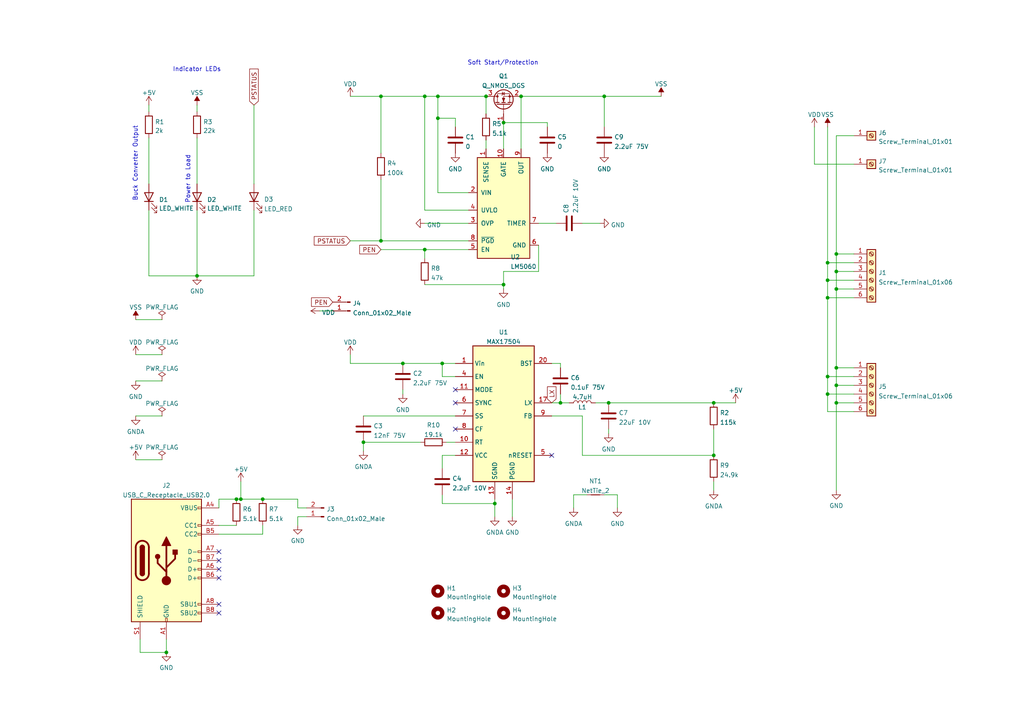
<source format=kicad_sch>
(kicad_sch (version 20211123) (generator eeschema)
  (paper "A4")
  (title_block (title "Dianome Power Distribution Board") (date "2022-12-20") (rev "R2") (company "Tinymovr"))
  (lib_symbols
    (symbol "Connector:Conn_01x02_Male" (pin_names (offset 1.016) hide)
      (property "Reference" "J" (at 0 2.54 0))
      (property "Value" "Conn_01x02_Male" (at 0 -5.08 0))
      (symbol "Conn_01x02_Male_1_1"
        (polyline (pts (xy 1.27 -2.54) (xy 0.8636 -2.54)) (stroke (width 0.1524)))
        (polyline (pts (xy 1.27 0) (xy 0.8636 0)) (stroke (width 0.1524)))
        (rectangle (start 0.8636 -2.413) (end 0 -2.667) (stroke (width 0.1524)) (fill (type outline)))
        (rectangle (start 0.8636 0.127) (end 0 -0.127) (stroke (width 0.1524)) (fill (type outline)))
        (pin passive line (at 5.08 0 180) (length 3.81) (name "Pin_1") (number "1"))
        (pin passive line (at 5.08 -2.54 180) (length 3.81) (name "Pin_2") (number "2"))
      )
    )
    (symbol "Connector:Screw_Terminal_01x01" (pin_names (offset 1.016) hide)
      (property "Reference" "J" (at 0 2.54 0))
      (property "Value" "Screw_Terminal_01x01" (at 0 -2.54 0))
      (symbol "Screw_Terminal_01x01_1_1"
        (rectangle (start -1.27 1.27) (end 1.27 -1.27) (stroke (width 0.254)) (fill (type background)))
        (polyline (pts (xy -0.5334 0.3302) (xy 0.3302 -0.508)) (stroke (width 0.1524)))
        (polyline (pts (xy -0.3556 0.508) (xy 0.508 -0.3302)) (stroke (width 0.1524)))
        (circle (center 0 0) (radius 0.635) (stroke (width 0.1524)))
        (pin passive line (at -5.08 0 0) (length 3.81) (name "Pin_1") (number "1"))
      )
    )
    (symbol "Connector:Screw_Terminal_01x06" (pin_names (offset 1.016) hide)
      (property "Reference" "J" (at 0 7.62 0))
      (property "Value" "Screw_Terminal_01x06" (at 0 -10.16 0))
      (symbol "Screw_Terminal_01x06_1_1"
        (rectangle (start -1.27 6.35) (end 1.27 -8.89) (stroke (width 0.254)) (fill (type background)))
        (circle (center 0 -7.62) (radius 0.635) (stroke (width 0.1524)))
        (circle (center 0 -5.08) (radius 0.635) (stroke (width 0.1524)))
        (circle (center 0 -2.54) (radius 0.635) (stroke (width 0.1524)))
        (polyline (pts (xy -0.5334 -7.2898) (xy 0.3302 -8.128)) (stroke (width 0.1524)))
        (polyline (pts (xy -0.5334 -4.7498) (xy 0.3302 -5.588)) (stroke (width 0.1524)))
        (polyline (pts (xy -0.5334 -2.2098) (xy 0.3302 -3.048)) (stroke (width 0.1524)))
        (polyline (pts (xy -0.5334 0.3302) (xy 0.3302 -0.508)) (stroke (width 0.1524)))
        (polyline (pts (xy -0.5334 2.8702) (xy 0.3302 2.032)) (stroke (width 0.1524)))
        (polyline (pts (xy -0.5334 5.4102) (xy 0.3302 4.572)) (stroke (width 0.1524)))
        (polyline (pts (xy -0.3556 -7.112) (xy 0.508 -7.9502)) (stroke (width 0.1524)))
        (polyline (pts (xy -0.3556 -4.572) (xy 0.508 -5.4102)) (stroke (width 0.1524)))
        (polyline (pts (xy -0.3556 -2.032) (xy 0.508 -2.8702)) (stroke (width 0.1524)))
        (polyline (pts (xy -0.3556 0.508) (xy 0.508 -0.3302)) (stroke (width 0.1524)))
        (polyline (pts (xy -0.3556 3.048) (xy 0.508 2.2098)) (stroke (width 0.1524)))
        (polyline (pts (xy -0.3556 5.588) (xy 0.508 4.7498)) (stroke (width 0.1524)))
        (circle (center 0 0) (radius 0.635) (stroke (width 0.1524)))
        (circle (center 0 2.54) (radius 0.635) (stroke (width 0.1524)))
        (circle (center 0 5.08) (radius 0.635) (stroke (width 0.1524)))
        (pin passive line (at -5.08 5.08 0) (length 3.81) (name "Pin_1") (number "1"))
        (pin passive line (at -5.08 2.54 0) (length 3.81) (name "Pin_2") (number "2"))
        (pin passive line (at -5.08 0 0) (length 3.81) (name "Pin_3") (number "3"))
        (pin passive line (at -5.08 -2.54 0) (length 3.81) (name "Pin_4") (number "4"))
        (pin passive line (at -5.08 -5.08 0) (length 3.81) (name "Pin_5") (number "5"))
        (pin passive line (at -5.08 -7.62 0) (length 3.81) (name "Pin_6") (number "6"))
      )
    )
    (symbol "Connector:USB_C_Receptacle_USB2.0" (pin_names (offset 1.016))
      (property "Reference" "J" (at -10.16 19.05 0))
      (property "Value" "USB_C_Receptacle_USB2.0" (at 19.05 19.05 0))
      (symbol "USB_C_Receptacle_USB2.0_0_0"
        (rectangle (start -0.254 -17.78) (end 0.254 -16.764))
        (rectangle (start 10.16 -14.986) (end 9.144 -15.494))
        (rectangle (start 10.16 -12.446) (end 9.144 -12.954))
        (rectangle (start 10.16 -4.826) (end 9.144 -5.334))
        (rectangle (start 10.16 -2.286) (end 9.144 -2.794))
        (rectangle (start 10.16 0.254) (end 9.144 -0.254))
        (rectangle (start 10.16 2.794) (end 9.144 2.286))
        (rectangle (start 10.16 7.874) (end 9.144 7.366))
        (rectangle (start 10.16 10.414) (end 9.144 9.906))
        (rectangle (start 10.16 15.494) (end 9.144 14.986))
      )
      (symbol "USB_C_Receptacle_USB2.0_0_1"
        (rectangle (start -10.16 17.78) (end 10.16 -17.78) (stroke (width 0.254)) (fill (type background)))
        (arc (start -8.89 -3.81) (mid -6.985 -5.715) (end -5.08 -3.81) (stroke (width 0.508)))
        (arc (start -7.62 -3.81) (mid -6.985 -4.445) (end -6.35 -3.81) (stroke (width 0.254)))
        (arc (start -7.62 -3.81) (mid -6.985 -4.445) (end -6.35 -3.81) (stroke (width 0.254)) (fill (type outline)))
        (rectangle (start -7.62 -3.81) (end -6.35 3.81) (stroke (width 0.254)) (fill (type outline)))
        (arc (start -6.35 3.81) (mid -6.985 4.445) (end -7.62 3.81) (stroke (width 0.254)))
        (arc (start -6.35 3.81) (mid -6.985 4.445) (end -7.62 3.81) (stroke (width 0.254)) (fill (type outline)))
        (arc (start -5.08 3.81) (mid -6.985 5.715) (end -8.89 3.81) (stroke (width 0.508)))
        (circle (center -2.54 1.143) (radius 0.635) (stroke (width 0.254)) (fill (type outline)))
        (circle (center 0 -5.842) (radius 1.27) (fill (type outline)))
        (polyline (pts (xy -8.89 -3.81) (xy -8.89 3.81)) (stroke (width 0.508)))
        (polyline (pts (xy -5.08 3.81) (xy -5.08 -3.81)) (stroke (width 0.508)))
        (polyline (pts (xy 0 -5.842) (xy 0 4.318)) (stroke (width 0.508)))
        (polyline (pts (xy 0 -3.302) (xy -2.54 -0.762) (xy -2.54 0.508)) (stroke (width 0.508)))
        (polyline (pts (xy 0 -2.032) (xy 2.54 0.508) (xy 2.54 1.778)) (stroke (width 0.508)))
        (polyline (pts (xy -1.27 4.318) (xy 0 6.858) (xy 1.27 4.318) (xy -1.27 4.318)) (stroke (width 0.254)) (fill (type outline)))
        (rectangle (start 1.905 1.778) (end 3.175 3.048) (stroke (width 0.254)) (fill (type outline)))
      )
      (symbol "USB_C_Receptacle_USB2.0_1_1"
        (pin passive line (at 0 -22.86 90) (length 5.08) (name "GND") (number "A1"))
        (pin passive line (at 0 -22.86 90) (length 5.08) hide (name "GND") (number "A12"))
        (pin passive line (at 15.24 15.24 180) (length 5.08) (name "VBUS") (number "A4"))
        (pin bidirectional line (at 15.24 10.16 180) (length 5.08) (name "CC1") (number "A5"))
        (pin bidirectional line (at 15.24 -2.54 180) (length 5.08) (name "D+") (number "A6"))
        (pin bidirectional line (at 15.24 2.54 180) (length 5.08) (name "D-") (number "A7"))
        (pin bidirectional line (at 15.24 -12.7 180) (length 5.08) (name "SBU1") (number "A8"))
        (pin passive line (at 15.24 15.24 180) (length 5.08) hide (name "VBUS") (number "A9"))
        (pin passive line (at 0 -22.86 90) (length 5.08) hide (name "GND") (number "B1"))
        (pin passive line (at 0 -22.86 90) (length 5.08) hide (name "GND") (number "B12"))
        (pin passive line (at 15.24 15.24 180) (length 5.08) hide (name "VBUS") (number "B4"))
        (pin bidirectional line (at 15.24 7.62 180) (length 5.08) (name "CC2") (number "B5"))
        (pin bidirectional line (at 15.24 -5.08 180) (length 5.08) (name "D+") (number "B6"))
        (pin bidirectional line (at 15.24 0 180) (length 5.08) (name "D-") (number "B7"))
        (pin bidirectional line (at 15.24 -15.24 180) (length 5.08) (name "SBU2") (number "B8"))
        (pin passive line (at 15.24 15.24 180) (length 5.08) hide (name "VBUS") (number "B9"))
        (pin passive line (at -7.62 -22.86 90) (length 5.08) (name "SHIELD") (number "S1"))
      )
    )
    (symbol "Device:C" (pin_numbers hide) (pin_names (offset 0.254))
      (property "Reference" "C" (at 0.635 2.54 0))
      (property "Value" "C" (at 0.635 -2.54 0))
      (symbol "C_0_1"
        (polyline (pts (xy -2.032 -0.762) (xy 2.032 -0.762)) (stroke (width 0.508)))
        (polyline (pts (xy -2.032 0.762) (xy 2.032 0.762)) (stroke (width 0.508)))
      )
      (symbol "C_1_1"
        (pin passive line (at 0 3.81 270) (length 2.794) (name "~") (number "1"))
        (pin passive line (at 0 -3.81 90) (length 2.794) (name "~") (number "2"))
      )
    )
    (symbol "Device:L" (pin_numbers hide) (pin_names (offset 1.016) hide)
      (property "Reference" "L" (at -1.27 0 90))
      (property "Value" "L" (at 1.905 0 90))
      (symbol "L_0_1"
        (arc (start 0 -2.54) (mid 0.635 -1.905) (end 0 -1.27))
        (arc (start 0 -1.27) (mid 0.635 -0.635) (end 0 0))
        (arc (start 0 0) (mid 0.635 0.635) (end 0 1.27))
        (arc (start 0 1.27) (mid 0.635 1.905) (end 0 2.54))
      )
      (symbol "L_1_1"
        (pin passive line (at 0 3.81 270) (length 1.27) (name "1") (number "1"))
        (pin passive line (at 0 -3.81 90) (length 1.27) (name "2") (number "2"))
      )
    )
    (symbol "Device:LED" (pin_numbers hide) (pin_names (offset 1.016) hide)
      (property "Reference" "D" (at 0 2.54 0))
      (property "Value" "LED" (at 0 -2.54 0))
      (symbol "LED_0_1"
        (polyline (pts (xy -1.27 -1.27) (xy -1.27 1.27)) (stroke (width 0.254)))
        (polyline (pts (xy -1.27 0) (xy 1.27 0)))
        (polyline (pts (xy 1.27 -1.27) (xy 1.27 1.27) (xy -1.27 0) (xy 1.27 -1.27)) (stroke (width 0.254)))
        (polyline (pts (xy -3.048 -0.762) (xy -4.572 -2.286) (xy -3.81 -2.286) (xy -4.572 -2.286) (xy -4.572 -1.524)))
        (polyline (pts (xy -1.778 -0.762) (xy -3.302 -2.286) (xy -2.54 -2.286) (xy -3.302 -2.286) (xy -3.302 -1.524)))
      )
      (symbol "LED_1_1"
        (pin passive line (at -3.81 0 0) (length 2.54) (name "K") (number "1"))
        (pin passive line (at 3.81 0 180) (length 2.54) (name "A") (number "2"))
      )
    )
    (symbol "Device:NetTie_2" (pin_numbers hide) (pin_names (offset 0) hide)
      (property "Reference" "NT" (at 0 1.27 0))
      (property "Value" "NetTie_2" (at 0 -1.27 0))
      (symbol "NetTie_2_0_1"
        (polyline (pts (xy -1.27 0) (xy 1.27 0)) (stroke (width 0.254)))
      )
      (symbol "NetTie_2_1_1"
        (pin passive line (at -2.54 0 0) (length 2.54) (name "1") (number "1"))
        (pin passive line (at 2.54 0 180) (length 2.54) (name "2") (number "2"))
      )
    )
    (symbol "Device:Q_NMOS_GSD" (pin_names (offset 0) hide)
      (property "Reference" "Q" (at 5.08 1.27 0))
      (property "Value" "Q_NMOS_GSD" (at 5.08 -1.27 0))
      (symbol "Q_NMOS_GSD_0_1"
        (polyline (pts (xy 0.254 0) (xy -2.54 0)))
        (polyline (pts (xy 0.254 1.905) (xy 0.254 -1.905)) (stroke (width 0.254)))
        (polyline (pts (xy 0.762 -1.27) (xy 0.762 -2.286)) (stroke (width 0.254)))
        (polyline (pts (xy 0.762 0.508) (xy 0.762 -0.508)) (stroke (width 0.254)))
        (polyline (pts (xy 0.762 2.286) (xy 0.762 1.27)) (stroke (width 0.254)))
        (polyline (pts (xy 2.54 2.54) (xy 2.54 1.778)))
        (polyline (pts (xy 2.54 -2.54) (xy 2.54 0) (xy 0.762 0)))
        (polyline (pts (xy 0.762 -1.778) (xy 3.302 -1.778) (xy 3.302 1.778) (xy 0.762 1.778)))
        (polyline (pts (xy 1.016 0) (xy 2.032 0.381) (xy 2.032 -0.381) (xy 1.016 0)) (fill (type outline)))
        (polyline (pts (xy 2.794 0.508) (xy 2.921 0.381) (xy 3.683 0.381) (xy 3.81 0.254)))
        (polyline (pts (xy 3.302 0.381) (xy 2.921 -0.254) (xy 3.683 -0.254) (xy 3.302 0.381)))
        (circle (center 1.651 0) (radius 2.794) (stroke (width 0.254)))
        (circle (center 2.54 -1.778) (radius 0.254) (fill (type outline)))
        (circle (center 2.54 1.778) (radius 0.254) (fill (type outline)))
      )
      (symbol "Q_NMOS_GSD_1_1"
        (pin input line (at -5.08 0 0) (length 2.54) (name "G") (number "1"))
        (pin passive line (at 2.54 -5.08 90) (length 2.54) (name "S") (number "2"))
        (pin passive line (at 2.54 5.08 270) (length 2.54) (name "D") (number "3"))
      )
    )
    (symbol "Device:R" (pin_numbers hide) (pin_names (offset 0))
      (property "Reference" "R" (at 2.032 0 90))
      (property "Value" "R" (at 0 0 90))
      (symbol "R_0_1"
        (rectangle (start -1.016 -2.54) (end 1.016 2.54) (stroke (width 0.254)))
      )
      (symbol "R_1_1"
        (pin passive line (at 0 3.81 270) (length 1.27) (name "~") (number "1"))
        (pin passive line (at 0 -3.81 90) (length 1.27) (name "~") (number "2"))
      )
    )
    (symbol "Mechanical:MountingHole" (pin_names (offset 1.016))
      (property "Reference" "H" (at 0 5.08 0))
      (property "Value" "MountingHole" (at 0 3.175 0))
      (symbol "MountingHole_0_1"
        (circle (center 0 0) (radius 1.27) (stroke (width 1.27)))
      )
    )
    (symbol "Movr:ΜΑΧ17504"
      (property "Reference" "U" (at -8.89 21.59 0))
      (property "Value" "ΜΑΧ17504" (at 5.08 21.59 0))
      (symbol "ΜΑΧ17504_0_1"
        (rectangle (start -8.89 19.05) (end 8.89 -20.32) (stroke (width 0.3)) (fill (type background)))
      )
      (symbol "ΜΑΧ17504_1_1"
        (pin power_in line (at -13.97 13.97 0) (length 5.08) (name "Vin") (number "1"))
        (pin passive line (at -13.97 -8.89 0) (length 5.08) (name "RT") (number "10"))
        (pin input line (at -13.97 6.35 0) (length 5.08) (name "MODE") (number "11"))
        (pin input line (at -13.97 -12.7 0) (length 5.08) (name "VCC") (number "12"))
        (pin passive line (at -2.54 -25.4 90) (length 5.08) (name "SGND") (number "13"))
        (pin power_in line (at 2.54 -25.4 90) (length 5.08) (name "PGND") (number "14"))
        (pin power_out line (at 13.97 2.54 180) (length 5.08) (name "LX") (number "17"))
        (pin passive line (at 13.97 13.97 180) (length 5.08) (name "BST") (number "20"))
        (pin input line (at -13.97 10.16 0) (length 5.08) (name "EN") (number "4"))
        (pin output line (at 13.97 -12.7 180) (length 5.08) (name "nRESET") (number "5"))
        (pin input line (at -13.97 2.54 0) (length 5.08) (name "SYNC") (number "6"))
        (pin passive line (at -13.97 -1.27 0) (length 5.08) (name "SS") (number "7"))
        (pin passive line (at -13.97 -5.08 0) (length 5.08) (name "CF") (number "8"))
        (pin input line (at 13.97 -1.27 180) (length 5.08) (name "FB") (number "9"))
      )
    )
    (symbol "Power_Management:LM5060" (pin_names (offset 1.016))
      (property "Reference" "U" (at -7.62 -13.97 0))
      (property "Value" "LM5060" (at 1.27 -13.97 0))
      (symbol "LM5060_0_1"
        (rectangle (start -7.62 16.51) (end 7.62 -12.7) (stroke (width 0.254)) (fill (type background)))
      )
      (symbol "LM5060_1_0"
        (pin power_in line (at 10.16 -8.89 180) (length 2.54) (name "GND") (number "6"))
      )
      (symbol "LM5060_1_1"
        (pin input line (at -5.08 19.05 270) (length 2.54) (name "SENSE") (number "1"))
        (pin output line (at 0 19.05 270) (length 2.54) (name "GATE") (number "10"))
        (pin power_in line (at -10.16 6.35 0) (length 2.54) (name "VIN") (number "2"))
        (pin input line (at -10.16 -2.54 0) (length 2.54) (name "OVP") (number "3"))
        (pin input line (at -10.16 1.27 0) (length 2.54) (name "UVLO") (number "4"))
        (pin input line (at -10.16 -10.16 0) (length 2.54) (name "EN") (number "5"))
        (pin input line (at 10.16 -2.54 180) (length 2.54) (name "TIMER") (number "7"))
        (pin open_collector line (at -10.16 -7.62 0) (length 2.54) (name "~{PGD}") (number "8"))
        (pin input line (at 5.08 19.05 270) (length 2.54) (name "OUT") (number "9"))
      )
    )
    (symbol "power:+5V" (power) (pin_names (offset 0))
      (property "Value" "+5V" (at 0 3.556 0))
      (symbol "+5V_0_1"
        (polyline (pts (xy -0.762 1.27) (xy 0 2.54)))
        (polyline (pts (xy 0 0) (xy 0 2.54)))
        (polyline (pts (xy 0 2.54) (xy 0.762 1.27)))
      )
      (symbol "+5V_1_1"
        (pin power_in line (at 0 0 90) (length 0) hide (name "+5V") (number "1"))
      )
    )
    (symbol "power:GND" (power) (pin_names (offset 0))
      (property "Value" "GND" (at 0 -3.81 0))
      (symbol "GND_0_1"
        (polyline (pts (xy 0 0) (xy 0 -1.27) (xy 1.27 -1.27) (xy 0 -2.54) (xy -1.27 -1.27) (xy 0 -1.27)))
      )
      (symbol "GND_1_1"
        (pin power_in line (at 0 0 270) (length 0) hide (name "GND") (number "1"))
      )
    )
    (symbol "power:GNDA" (power) (pin_names (offset 0))
      (property "Value" "GNDA" (at 0 -3.81 0))
      (symbol "GNDA_0_1"
        (polyline (pts (xy 0 0) (xy 0 -1.27) (xy 1.27 -1.27) (xy 0 -2.54) (xy -1.27 -1.27) (xy 0 -1.27)))
      )
      (symbol "GNDA_1_1"
        (pin power_in line (at 0 0 270) (length 0) hide (name "GNDA") (number "1"))
      )
    )
    (symbol "power:PWR_FLAG" (power) (pin_numbers hide) (pin_names (offset 0) hide)
      (property "Value" "PWR_FLAG" (at 0 3.81 0))
      (symbol "PWR_FLAG_0_0"
        (pin power_out line (at 0 0 90) (length 0) (name "pwr") (number "1"))
      )
      (symbol "PWR_FLAG_0_1"
        (polyline (pts (xy 0 0) (xy 0 1.27) (xy -1.016 1.905) (xy 0 2.54) (xy 1.016 1.905) (xy 0 1.27)))
      )
    )
    (symbol "power:VDD" (power) (pin_names (offset 0))
      (property "Value" "VDD" (at 0 3.81 0))
      (symbol "VDD_0_1"
        (polyline (pts (xy -0.762 1.27) (xy 0 2.54)))
        (polyline (pts (xy 0 0) (xy 0 2.54)))
        (polyline (pts (xy 0 2.54) (xy 0.762 1.27)))
      )
      (symbol "VDD_1_1"
        (pin power_in line (at 0 0 90) (length 0) hide (name "VDD") (number "1"))
      )
    )
    (symbol "power:VSS" (power) (pin_names (offset 0))
      (property "Value" "VSS" (at 0 3.81 0))
      (symbol "VSS_0_1"
        (polyline (pts (xy 0 0) (xy 0 2.54)))
        (polyline (pts (xy 0.762 1.27) (xy -0.762 1.27) (xy 0 2.54) (xy 0.762 1.27)) (fill (type outline)))
      )
      (symbol "VSS_1_1"
        (pin power_in line (at 0 0 90) (length 0) hide (name "VSS") (number "1"))
      )
    )
  )
  (junction (at 242.57 106.68))
  (junction (at 76.2 144.78))
  (junction (at 162.56 116.84))
  (junction (at 140.97 27.94))
  (junction (at 110.49 69.85))
  (junction (at 127 27.94))
  (junction (at 242.57 78.74))
  (junction (at 242.57 73.66))
  (junction (at 240.03 114.3))
  (junction (at 69.85 144.78))
  (junction (at 207.01 116.84))
  (junction (at 143.51 146.05))
  (junction (at 176.53 116.84))
  (junction (at 146.05 35.56))
  (junction (at 240.03 109.22))
  (junction (at 240.03 81.28))
  (junction (at 105.41 128.27))
  (junction (at 240.03 76.2))
  (junction (at 68.58 144.78))
  (junction (at 110.49 27.94))
  (junction (at 127 34.29))
  (junction (at 240.03 86.36))
  (junction (at 128.27 105.41))
  (junction (at 242.57 111.76))
  (junction (at 116.84 105.41))
  (junction (at 242.57 83.82))
  (junction (at 57.15 80.01))
  (junction (at 123.19 27.94))
  (junction (at 146.05 82.55))
  (junction (at 123.19 72.39))
  (junction (at 151.13 27.94))
  (junction (at 242.57 116.84))
  (junction (at 48.26 189.23))
  (junction (at 207.01 132.08))
  (junction (at 175.26 27.94))
  (no_connect (at 160.02 132.08))
  (no_connect (at 63.5 160.02))
  (no_connect (at 63.5 162.56))
  (no_connect (at 63.5 175.26))
  (no_connect (at 63.5 177.8))
  (no_connect (at 63.5 165.1))
  (no_connect (at 63.5 167.64))
  (no_connect (at 132.08 113.03))
  (no_connect (at 132.08 116.84))
  (no_connect (at 132.08 124.46))
  (wire (pts (xy 105.41 120.65) (xy 132.08 120.65)))
  (wire (pts (xy 86.36 144.78) (xy 86.36 147.32)))
  (wire (pts (xy 140.97 27.94) (xy 140.97 33.02)))
  (wire (pts (xy 123.19 82.55) (xy 146.05 82.55)))
  (wire (pts (xy 40.64 189.23) (xy 48.26 189.23)))
  (wire (pts (xy 110.49 69.85) (xy 135.89 69.85)))
  (wire (pts (xy 57.15 30.48) (xy 57.15 32.385)))
  (wire (pts (xy 240.03 81.28) (xy 240.03 86.36)))
  (wire (pts (xy 151.13 27.94) (xy 151.13 43.18)))
  (wire (pts (xy 162.56 105.41) (xy 162.56 106.68)))
  (wire (pts (xy 172.72 116.84) (xy 176.53 116.84)))
  (wire (pts (xy 135.89 55.88) (xy 127 55.88)))
  (wire (pts (xy 73.66 60.96) (xy 73.66 80.01)))
  (wire (pts (xy 160.02 105.41) (xy 162.56 105.41)))
  (wire (pts (xy 123.19 72.39) (xy 135.89 72.39)))
  (wire (pts (xy 242.57 106.68) (xy 242.57 111.76)))
  (wire (pts (xy 101.6 27.94) (xy 110.49 27.94)))
  (wire (pts (xy 156.21 64.77) (xy 161.29 64.77)))
  (wire (pts (xy 151.13 27.94) (xy 175.26 27.94)))
  (wire (pts (xy 242.57 83.82) (xy 242.57 106.68)))
  (wire (pts (xy 76.2 152.4) (xy 76.2 154.94)))
  (wire (pts (xy 128.27 132.08) (xy 128.27 135.89)))
  (wire (pts (xy 242.57 73.66) (xy 242.57 78.74)))
  (wire (pts (xy 176.53 116.84) (xy 207.01 116.84)))
  (wire (pts (xy 143.51 144.78) (xy 143.51 146.05)))
  (wire (pts (xy 179.07 147.32) (xy 179.07 143.51)))
  (wire (pts (xy 73.66 80.01) (xy 57.15 80.01)))
  (wire (pts (xy 242.57 73.66) (xy 247.65 73.66)))
  (wire (pts (xy 128.27 143.51) (xy 128.27 146.05)))
  (wire (pts (xy 57.15 40.005) (xy 57.15 53.34)))
  (wire (pts (xy 240.03 109.22) (xy 247.65 109.22)))
  (wire (pts (xy 240.03 114.3) (xy 240.03 119.38)))
  (wire (pts (xy 240.03 76.2) (xy 240.03 81.28)))
  (wire (pts (xy 242.57 78.74) (xy 242.57 83.82)))
  (wire (pts (xy 146.05 82.55) (xy 146.05 83.82)))
  (wire (pts (xy 76.2 154.94) (xy 63.5 154.94)))
  (wire (pts (xy 160.02 120.65) (xy 168.91 120.65)))
  (wire (pts (xy 242.57 39.37) (xy 247.65 39.37)))
  (wire (pts (xy 240.03 86.36) (xy 247.65 86.36)))
  (wire (pts (xy 43.18 30.48) (xy 43.18 32.385)))
  (wire (pts (xy 128.27 146.05) (xy 143.51 146.05)))
  (wire (pts (xy 39.37 92.71) (xy 46.99 92.71)))
  (wire (pts (xy 135.89 60.96) (xy 123.19 60.96)))
  (wire (pts (xy 160.02 116.84) (xy 162.56 116.84)))
  (wire (pts (xy 128.27 109.22) (xy 128.27 105.41)))
  (wire (pts (xy 110.49 27.94) (xy 123.19 27.94)))
  (wire (pts (xy 105.41 128.27) (xy 105.41 130.81)))
  (wire (pts (xy 39.37 133.35) (xy 46.99 133.35)))
  (wire (pts (xy 123.19 64.77) (xy 135.89 64.77)))
  (wire (pts (xy 101.6 102.87) (xy 101.6 105.41)))
  (wire (pts (xy 39.37 102.87) (xy 46.99 102.87)))
  (wire (pts (xy 73.66 30.48) (xy 73.66 53.34)))
  (wire (pts (xy 86.36 149.86) (xy 86.36 152.4)))
  (wire (pts (xy 168.91 120.65) (xy 168.91 132.08)))
  (wire (pts (xy 39.37 120.65) (xy 46.99 120.65)))
  (wire (pts (xy 242.57 111.76) (xy 247.65 111.76)))
  (wire (pts (xy 166.37 143.51) (xy 170.18 143.51)))
  (wire (pts (xy 240.03 114.3) (xy 247.65 114.3)))
  (wire (pts (xy 240.03 76.2) (xy 247.65 76.2)))
  (wire (pts (xy 162.56 116.84) (xy 165.1 116.84)))
  (wire (pts (xy 76.2 144.78) (xy 86.36 144.78)))
  (wire (pts (xy 158.75 35.56) (xy 158.75 36.83)))
  (wire (pts (xy 242.57 39.37) (xy 242.57 73.66)))
  (wire (pts (xy 132.08 109.22) (xy 128.27 109.22)))
  (wire (pts (xy 129.54 128.27) (xy 132.08 128.27)))
  (wire (pts (xy 162.56 114.3) (xy 162.56 116.84)))
  (wire (pts (xy 240.03 86.36) (xy 240.03 109.22)))
  (wire (pts (xy 101.6 105.41) (xy 116.84 105.41)))
  (wire (pts (xy 207.01 124.46) (xy 207.01 132.08)))
  (wire (pts (xy 92.71 90.17) (xy 96.52 90.17)))
  (wire (pts (xy 69.85 144.78) (xy 76.2 144.78)))
  (wire (pts (xy 175.26 143.51) (xy 179.07 143.51)))
  (wire (pts (xy 128.27 105.41) (xy 132.08 105.41)))
  (wire (pts (xy 242.57 78.74) (xy 247.65 78.74)))
  (wire (pts (xy 207.01 116.84) (xy 213.36 116.84)))
  (wire (pts (xy 207.01 139.7) (xy 207.01 142.24)))
  (wire (pts (xy 105.41 128.27) (xy 121.92 128.27)))
  (wire (pts (xy 132.08 36.83) (xy 132.08 34.29)))
  (wire (pts (xy 110.49 52.07) (xy 110.49 69.85)))
  (wire (pts (xy 123.19 72.39) (xy 123.19 74.93)))
  (wire (pts (xy 63.5 144.78) (xy 68.58 144.78)))
  (wire (pts (xy 242.57 116.84) (xy 242.57 142.24)))
  (wire (pts (xy 132.08 34.29) (xy 127 34.29)))
  (wire (pts (xy 57.15 60.96) (xy 57.15 80.01)))
  (wire (pts (xy 43.18 40.005) (xy 43.18 53.34)))
  (wire (pts (xy 240.03 36.83) (xy 240.03 76.2)))
  (wire (pts (xy 69.85 144.78) (xy 69.85 139.7)))
  (wire (pts (xy 236.22 47.625) (xy 236.22 36.83)))
  (wire (pts (xy 242.57 83.82) (xy 247.65 83.82)))
  (wire (pts (xy 43.18 60.96) (xy 43.18 80.01)))
  (wire (pts (xy 127 55.88) (xy 127 34.29)))
  (wire (pts (xy 127 27.94) (xy 140.97 27.94)))
  (wire (pts (xy 116.84 113.03) (xy 116.84 114.3)))
  (wire (pts (xy 48.26 185.42) (xy 48.26 189.23)))
  (wire (pts (xy 175.26 27.94) (xy 191.77 27.94)))
  (wire (pts (xy 168.91 132.08) (xy 207.01 132.08)))
  (wire (pts (xy 148.59 144.78) (xy 148.59 149.86)))
  (wire (pts (xy 132.08 132.08) (xy 128.27 132.08)))
  (wire (pts (xy 146.05 35.56) (xy 158.75 35.56)))
  (wire (pts (xy 110.49 27.94) (xy 110.49 44.45)))
  (wire (pts (xy 88.9 149.86) (xy 86.36 149.86)))
  (wire (pts (xy 247.65 47.625) (xy 236.22 47.625)))
  (wire (pts (xy 123.19 27.94) (xy 127 27.94)))
  (wire (pts (xy 123.19 60.96) (xy 123.19 27.94)))
  (wire (pts (xy 168.91 64.77) (xy 173.99 64.77)))
  (wire (pts (xy 63.5 147.32) (xy 63.5 144.78)))
  (wire (pts (xy 240.03 81.28) (xy 247.65 81.28)))
  (wire (pts (xy 101.6 69.85) (xy 110.49 69.85)))
  (wire (pts (xy 146.05 78.74) (xy 146.05 82.55)))
  (wire (pts (xy 156.21 71.12) (xy 156.21 78.74)))
  (wire (pts (xy 156.21 78.74) (xy 146.05 78.74)))
  (wire (pts (xy 40.64 185.42) (xy 40.64 189.23)))
  (wire (pts (xy 140.97 40.64) (xy 140.97 43.18)))
  (wire (pts (xy 39.37 110.49) (xy 46.99 110.49)))
  (wire (pts (xy 242.57 116.84) (xy 247.65 116.84)))
  (wire (pts (xy 242.57 106.68) (xy 247.65 106.68)))
  (wire (pts (xy 110.49 72.39) (xy 123.19 72.39)))
  (wire (pts (xy 43.18 80.01) (xy 57.15 80.01)))
  (wire (pts (xy 63.5 152.4) (xy 68.58 152.4)))
  (wire (pts (xy 116.84 105.41) (xy 128.27 105.41)))
  (wire (pts (xy 240.03 109.22) (xy 240.03 114.3)))
  (wire (pts (xy 146.05 35.56) (xy 146.05 43.18)))
  (wire (pts (xy 86.36 147.32) (xy 88.9 147.32)))
  (wire (pts (xy 143.51 146.05) (xy 143.51 149.86)))
  (wire (pts (xy 68.58 144.78) (xy 69.85 144.78)))
  (wire (pts (xy 166.37 147.32) (xy 166.37 143.51)))
  (wire (pts (xy 242.57 111.76) (xy 242.57 116.84)))
  (wire (pts (xy 175.26 27.94) (xy 175.26 36.83)))
  (wire (pts (xy 127 34.29) (xy 127 27.94)))
  (wire (pts (xy 176.53 124.46) (xy 176.53 125.73)))
  (wire (pts (xy 240.03 119.38) (xy 247.65 119.38)))
  (text "Buck Converter Output" (at 40.005 58.42 90) (effects (font (size 1.27 1.27)) (justify left bottom)))
  (text "Indicator LEDs" (at 64.135 20.955 180) (effects (font (size 1.27 1.27)) (justify right bottom)))
  (text "Power to Load" (at 55.245 59.055 90) (effects (font (size 1.27 1.27)) (justify left bottom)))
  (text "Soft Start/Protection" (at 156.21 19.05 180) (effects (font (size 1.27 1.27)) (justify right bottom)))
  (global_label "PSTATUS" (shape input) (at 101.6 69.85 180) (property "Intersheet References" "${INTERSHEET_REFS}" (effects hide)))
  (global_label "PSTATUS" (shape input) (at 73.66 30.48 90) (property "Intersheet References" "${INTERSHEET_REFS}" (effects hide)))
  (global_label "LX" (shape input) (at 160.02 116.84 90) (property "Intersheet References" "${INTERSHEET_REFS}" (effects hide)))
  (global_label "PEN" (shape input) (at 110.49 72.39 180) (property "Intersheet References" "${INTERSHEET_REFS}" (effects hide)))
  (global_label "PEN" (shape input) (at 96.52 87.63 180) (property "Intersheet References" "${INTERSHEET_REFS}" (effects hide)))
  (symbol (lib_id "power:GND") (at 48.26 189.23 0) (unit 1)
    (property "Reference" "#PWR0118" (effects hide))
    (property "Value" "GND" (at 48.26 193.6734 0))
  )
  (symbol (lib_id "power:GND") (at 146.05 83.82 0) (unit 1)
    (property "Reference" "#PWR0110" (effects hide))
    (property "Value" "GND" (at 146.05 88.3825 0))
  )
  (symbol (lib_id "Device:R") (at 76.2 148.59 0) (unit 1)
    (property "Reference" "R7" (at 77.978 147.6815 0) (effects (justify left)))
    (property "Value" "5.1k" (at 77.978 150.4566 0) (effects (justify left)))
    (property "Footprint" "Resistor_SMD:R_0603_1608Metric" (effects hide))
  )
  (symbol (lib_id "Mechanical:MountingHole") (at 146.05 177.8 0) (unit 1)
    (property "Reference" "H4" (at 148.59 176.9653 0) (effects (justify left)))
    (property "Value" "MountingHole" (at 148.59 179.5022 0) (effects (justify left)))
    (property "Footprint" "MountingHole:MountingHole_3.2mm_M3_DIN965_Pad" (effects hide))
  )
  (symbol (lib_id "power:VDD") (at 92.71 90.17 90) (unit 1)
    (property "Reference" "#PWR0122" (effects hide))
    (property "Value" "VDD" (at 93.345 90.649 90) (effects (justify right)))
  )
  (symbol (lib_id "Device:L") (at 168.91 116.84 90) (unit 1)
    (property "Reference" "L1" (at 168.91 118.11 90))
    (property "Value" "4.7uH" (at 168.91 115.1406 90))
    (property "Footprint" "Inductor_SMD:L_Coilcraft_XAL60xx_6.36x6.56mm" (effects hide))
  )
  (symbol (lib_id "power:PWR_FLAG") (at 46.99 110.49 0) (unit 1)
    (property "Reference" "#FLG0102" (effects hide))
    (property "Value" "PWR_FLAG" (at 46.99 106.8855 0))
  )
  (symbol (lib_id "power:+5V") (at 39.37 133.35 0) (unit 1)
    (property "Reference" "#PWR0133" (effects hide))
    (property "Value" "+5V" (at 39.37 129.7455 0))
  )
  (symbol (lib_id "power:GND") (at 173.99 64.77 90) (unit 1)
    (property "Reference" "#PWR0101" (effects hide))
    (property "Value" "GND" (at 177.165 65.249 90) (effects (justify right)))
  )
  (symbol (lib_id "power:VDD") (at 101.6 27.94 0) (unit 1)
    (property "Reference" "#PWR0113" (effects hide))
    (property "Value" "VDD" (at 101.6 24.3642 0))
  )
  (symbol (lib_id "power:GNDA") (at 39.37 120.65 0) (unit 1)
    (property "Reference" "#PWR0135" (effects hide))
    (property "Value" "GNDA" (at 39.37 125.2125 0))
  )
  (symbol (lib_id "Device:C") (at 158.75 40.64 0) (unit 1)
    (property "Reference" "C5" (at 161.671 39.7315 0) (effects (justify left)))
    (property "Value" "0" (at 161.671 42.5066 0) (effects (justify left)))
    (property "Footprint" "Capacitor_SMD:C_0603_1608Metric" (effects hide))
  )
  (symbol (lib_id "Device:C") (at 128.27 139.7 0) (unit 1)
    (property "Reference" "C4" (at 131.191 138.7915 0) (effects (justify left)))
    (property "Value" "2.2uF 10V" (at 131.191 141.5666 0) (effects (justify left)))
    (property "Footprint" "Capacitor_SMD:C_0603_1608Metric" (effects hide))
  )
  (symbol (lib_id "power:GND") (at 116.84 114.3 0) (unit 1)
    (property "Reference" "#PWR0129" (effects hide))
    (property "Value" "GND" (at 116.84 118.8625 0))
  )
  (symbol (lib_id "power:GND") (at 86.36 152.4 0) (unit 1)
    (property "Reference" "#PWR0106" (effects hide))
    (property "Value" "GND" (at 86.36 156.8434 0))
  )
  (symbol (lib_id "Connector:USB_C_Receptacle_USB2.0") (at 48.26 162.56 0) (unit 1)
    (property "Reference" "J2" (at 48.26 140.8135 0))
    (property "Value" "USB_C_Receptacle_USB2.0" (at 48.26 143.5886 0))
    (property "Footprint" "Connector_USB:USB_C_Receptacle_HRO_TYPE-C-31-M-12" (effects hide))
    (property "Datasheet" "https://www.usb.org/sites/default/files/documents/usb_type-c.zip" (effects hide))
  )
  (symbol (lib_id "Power_Management:LM5060") (at 146.05 62.23 0) (unit 1)
    (property "Reference" "U2" (at 148.0694 74.5395 0) (effects (justify left)))
    (property "Value" "LM5060" (at 148.0694 77.3146 0) (effects (justify left)))
    (property "Footprint" "Package_SO:MSOP-10_3x3mm_P0.5mm" (effects hide))
    (property "Datasheet" "http://www.ti.com/lit/ds/symlink/lm5060.pdf" (effects hide))
  )
  (symbol (lib_id "power:+5V") (at 69.85 139.7 0) (unit 1)
    (property "Reference" "#PWR0119" (effects hide))
    (property "Value" "+5V" (at 69.85 136.1242 0))
  )
  (symbol (lib_id "Device:R") (at 207.01 135.89 0) (unit 1)
    (property "Reference" "R9" (at 208.788 134.9815 0) (effects (justify left)))
    (property "Value" "24.9k" (at 208.788 137.7566 0) (effects (justify left)))
    (property "Footprint" "Resistor_SMD:R_0603_1608Metric" (effects hide))
  )
  (symbol (lib_id "Device:LED") (at 43.18 57.15 90) (unit 1)
    (property "Reference" "D1" (at 46.101 57.9028 90) (effects (justify right)))
    (property "Value" "LED_WHITE" (at 46.101 60.4397 90) (effects (justify right)))
    (property "Footprint" "LED_SMD:LED_0603_1608Metric" (effects hide))
  )
  (symbol (lib_id "Device:C") (at 116.84 109.22 0) (unit 1)
    (property "Reference" "C2" (at 119.761 108.3115 0) (effects (justify left)))
    (property "Value" "2.2uF 75V" (at 119.761 111.0866 0) (effects (justify left)))
    (property "Footprint" "Capacitor_SMD:C_1210_3225Metric" (effects hide))
  )
  (symbol (lib_id "Device:Q_NMOS_GSD") (at 146.05 30.48 90) (unit 1)
    (property "Reference" "Q1" (at 146.05 22.0685 90))
    (property "Value" "Q_NMOS_DGS" (at 146.05 24.8436 90))
    (property "Footprint" "Package_TO_SOT_SMD:PQFN_8x8" (effects hide))
  )
  (symbol (lib_id "power:PWR_FLAG") (at 46.99 102.87 0) (unit 1)
    (property "Reference" "#FLG0101" (effects hide))
    (property "Value" "PWR_FLAG" (at 46.99 99.2655 0))
  )
  (symbol (lib_id "power:GNDA") (at 166.37 147.32 0) (unit 1)
    (property "Reference" "#PWR0131" (effects hide))
    (property "Value" "GNDA" (at 166.37 151.8825 0))
  )
  (symbol (lib_id "Mechanical:MountingHole") (at 127 177.8 0) (unit 1)
    (property "Reference" "H2" (at 129.54 176.9653 0) (effects (justify left)))
    (property "Value" "MountingHole" (at 129.54 179.5022 0) (effects (justify left)))
    (property "Footprint" "MountingHole:MountingHole_3.2mm_M3_DIN965_Pad" (effects hide))
  )
  (symbol (lib_id "power:VDD") (at 236.22 36.83 0) (unit 1)
    (property "Reference" "#PWR0103" (effects hide))
    (property "Value" "VDD" (at 236.22 33.2542 0))
  )
  (symbol (lib_id "Connector:Screw_Terminal_01x01") (at 252.73 39.37 0) (unit 1)
    (property "Reference" "J6" (at 254.762 38.5353 0) (effects (justify left)))
    (property "Value" "Screw_Terminal_01x01" (at 254.762 41.0722 0) (effects (justify left)))
    (property "Footprint" "MountingHole:MountingHole_4.3mm_M4_DIN965_Pad_TopBottom" (effects hide))
  )
  (symbol (lib_id "power:+5V") (at 213.36 116.84 0) (unit 1)
    (property "Reference" "#PWR0114" (effects hide))
    (property "Value" "+5V" (at 213.36 113.2355 0))
  )
  (symbol (lib_id "power:GND") (at 57.15 80.01 0) (unit 1)
    (property "Reference" "#PWR0128" (effects hide))
    (property "Value" "GND" (at 57.15 84.4534 0))
  )
  (symbol (lib_id "power:VSS") (at 191.77 27.94 0) (unit 1)
    (property "Reference" "#PWR0107" (effects hide))
    (property "Value" "VSS" (at 191.77 24.3642 0))
  )
  (symbol (lib_id "power:GND") (at 123.19 64.77 270) (unit 1)
    (property "Reference" "#PWR0111" (effects hide))
    (property "Value" "GND" (at 123.825 65.249 90) (effects (justify left)))
  )
  (symbol (lib_id "power:VDD") (at 39.37 102.87 0) (unit 1)
    (property "Reference" "#PWR0121" (effects hide))
    (property "Value" "VDD" (at 39.37 99.2942 0))
  )
  (symbol (lib_id "power:GND") (at 39.37 110.49 0) (unit 1)
    (property "Reference" "#PWR0125" (effects hide))
    (property "Value" "GND" (at 39.37 115.0525 0))
  )
  (symbol (lib_id "Connector:Screw_Terminal_01x06") (at 252.73 111.76 0) (unit 1)
    (property "Reference" "J5" (at 254.762 112.1215 0) (effects (justify left)))
    (property "Value" "Screw_Terminal_01x06" (at 254.762 114.8966 0) (effects (justify left)))
    (property "Footprint" "TerminalBlock:TerminalBlock_bornier-6_P5.08mm" (effects hide))
  )
  (symbol (lib_id "Device:C") (at 132.08 40.64 0) (unit 1)
    (property "Reference" "C1" (at 135.001 39.7315 0) (effects (justify left)))
    (property "Value" "0" (at 135.001 42.5066 0) (effects (justify left)))
  )
  (symbol (lib_id "Device:LED") (at 73.66 57.15 90) (unit 1)
    (property "Reference" "D3" (at 76.581 57.829 90) (effects (justify right)))
    (property "Value" "LED_RED" (at 76.581 60.6041 90) (effects (justify right)))
    (property "Footprint" "LED_SMD:LED_0603_1608Metric" (effects hide))
  )
  (symbol (lib_id "Device:NetTie_2") (at 172.72 143.51 0) (unit 1)
    (property "Reference" "NT1" (at 172.72 139.5435 0))
    (property "Value" "NetTie_2" (at 172.72 142.3186 0))
    (property "Footprint" "NetTie:NetTie-2_SMD_Pad0.5mm" (effects hide))
  )
  (symbol (lib_id "Device:C") (at 175.26 40.64 0) (unit 1)
    (property "Reference" "C9" (at 178.181 39.7315 0) (effects (justify left)))
    (property "Value" "2.2uF 75V" (at 178.181 42.5066 0) (effects (justify left)))
    (property "Footprint" "Capacitor_SMD:C_1210_3225Metric" (effects hide))
  )
  (symbol (lib_id "Movr:ΜΑΧ17504") (at 146.05 119.38 0) (unit 1)
    (property "Reference" "U1" (at 146.05 96.3405 0))
    (property "Value" "ΜΑΧ17504" (at 146.05 99.1156 0))
    (property "Footprint" "Movr:MAX17504" (effects hide))
  )
  (symbol (lib_id "Device:R") (at 57.15 36.195 0) (unit 1)
    (property "Reference" "R3" (at 58.928 35.3603 0) (effects (justify left)))
    (property "Value" "22k" (at 58.928 37.8972 0) (effects (justify left)))
    (property "Footprint" "Resistor_SMD:R_0603_1608Metric" (effects hide))
  )
  (symbol (lib_id "power:GND") (at 179.07 147.32 0) (unit 1)
    (property "Reference" "#PWR0132" (effects hide))
    (property "Value" "GND" (at 179.07 151.8825 0))
  )
  (symbol (lib_id "Mechanical:MountingHole") (at 127 171.45 0) (unit 1)
    (property "Reference" "H1" (at 129.54 170.6153 0) (effects (justify left)))
    (property "Value" "MountingHole" (at 129.54 173.1522 0) (effects (justify left)))
    (property "Footprint" "MountingHole:MountingHole_3.2mm_M3_DIN965_Pad" (effects hide))
  )
  (symbol (lib_id "power:GND") (at 132.08 44.45 0) (unit 1)
    (property "Reference" "#PWR0109" (effects hide))
    (property "Value" "GND" (at 132.08 49.0125 0))
  )
  (symbol (lib_id "Device:LED") (at 57.15 57.15 90) (unit 1)
    (property "Reference" "D2" (at 60.071 57.9028 90) (effects (justify right)))
    (property "Value" "LED_WHITE" (at 60.071 60.4397 90) (effects (justify right)))
    (property "Footprint" "LED_SMD:LED_0603_1608Metric" (effects hide))
  )
  (symbol (lib_id "power:GND") (at 242.57 142.24 0) (unit 1)
    (property "Reference" "#PWR0108" (effects hide))
    (property "Value" "GND" (at 242.57 146.6834 0))
  )
  (symbol (lib_id "Device:R") (at 140.97 36.83 0) (unit 1)
    (property "Reference" "R5" (at 142.748 35.9215 0) (effects (justify left)))
    (property "Value" "5.1k" (at 142.748 38.6966 0) (effects (justify left)))
    (property "Footprint" "Resistor_SMD:R_0603_1608Metric" (effects hide))
  )
  (symbol (lib_id "Device:R") (at 68.58 148.59 0) (unit 1)
    (property "Reference" "R6" (at 70.358 147.6815 0) (effects (justify left)))
    (property "Value" "5.1k" (at 70.358 150.4566 0) (effects (justify left)))
    (property "Footprint" "Resistor_SMD:R_0603_1608Metric" (effects hide))
  )
  (symbol (lib_id "Device:C") (at 165.1 64.77 90) (unit 1)
    (property "Reference" "C8" (at 164.1915 61.849 0) (effects (justify left)))
    (property "Value" "2.2uF 10V" (at 166.9666 61.849 0) (effects (justify left)))
    (property "Footprint" "Capacitor_SMD:C_0603_1608Metric" (effects hide))
  )
  (symbol (lib_id "power:GND") (at 176.53 125.73 0) (unit 1)
    (property "Reference" "#PWR0112" (effects hide))
    (property "Value" "GND" (at 176.53 130.2925 0))
  )
  (symbol (lib_id "Connector:Screw_Terminal_01x06") (at 252.73 78.74 0) (unit 1)
    (property "Reference" "J1" (at 254.762 79.1015 0) (effects (justify left)))
    (property "Value" "Screw_Terminal_01x06" (at 254.762 81.8766 0) (effects (justify left)))
    (property "Footprint" "TerminalBlock:TerminalBlock_bornier-6_P5.08mm" (effects hide))
  )
  (symbol (lib_id "power:PWR_FLAG") (at 46.99 133.35 0) (unit 1)
    (property "Reference" "#FLG0103" (effects hide))
    (property "Value" "PWR_FLAG" (at 46.99 129.7455 0))
  )
  (symbol (lib_id "Device:C") (at 176.53 120.65 0) (unit 1)
    (property "Reference" "C7" (at 179.451 119.7415 0) (effects (justify left)))
    (property "Value" "22uF 10V" (at 179.451 122.5166 0) (effects (justify left)))
    (property "Footprint" "Capacitor_SMD:C_1210_3225Metric" (effects hide))
  )
  (symbol (lib_id "Connector:Screw_Terminal_01x01") (at 252.73 47.625 0) (unit 1)
    (property "Reference" "J7" (at 254.762 46.7903 0) (effects (justify left)))
    (property "Value" "Screw_Terminal_01x01" (at 254.762 49.3272 0) (effects (justify left)))
    (property "Footprint" "MountingHole:MountingHole_4.3mm_M4_DIN965_Pad_TopBottom" (effects hide))
  )
  (symbol (lib_id "Device:R") (at 123.19 78.74 0) (unit 1)
    (property "Reference" "R8" (at 124.968 77.8315 0) (effects (justify left)))
    (property "Value" "47k" (at 124.968 80.6066 0) (effects (justify left)))
    (property "Footprint" "Resistor_SMD:R_0603_1608Metric" (effects hide))
  )
  (symbol (lib_id "power:VSS") (at 240.03 36.83 0) (unit 1)
    (property "Reference" "#PWR0104" (effects hide))
    (property "Value" "VSS" (at 240.03 33.2542 0))
  )
  (symbol (lib_id "Device:C") (at 162.56 110.49 0) (unit 1)
    (property "Reference" "C6" (at 165.481 109.5815 0) (effects (justify left)))
    (property "Value" "0.1uF 75V" (at 165.481 112.3566 0) (effects (justify left)))
    (property "Footprint" "Capacitor_SMD:C_0603_1608Metric" (effects hide))
  )
  (symbol (lib_id "Connector:Conn_01x02_Male") (at 93.98 149.86 180) (unit 1)
    (property "Reference" "J3" (at 94.6912 147.6815 0) (effects (justify right)))
    (property "Value" "Conn_01x02_Male" (at 94.6912 150.4566 0) (effects (justify right)))
    (property "Footprint" "Connector_PinHeader_2.54mm:PinHeader_1x02_P2.54mm_Vertical" (effects hide))
  )
  (symbol (lib_id "power:VDD") (at 101.6 102.87 0) (unit 1)
    (property "Reference" "#PWR0120" (effects hide))
    (property "Value" "VDD" (at 101.6 99.2942 0))
  )
  (symbol (lib_id "power:+5V") (at 43.18 30.48 0) (unit 1)
    (property "Reference" "#PWR0126" (effects hide))
    (property "Value" "+5V" (at 43.18 26.9042 0))
  )
  (symbol (lib_id "Device:R") (at 43.18 36.195 0) (unit 1)
    (property "Reference" "R1" (at 44.958 35.3603 0) (effects (justify left)))
    (property "Value" "2k" (at 44.958 37.8972 0) (effects (justify left)))
    (property "Footprint" "Resistor_SMD:R_0603_1608Metric" (effects hide))
  )
  (symbol (lib_id "power:GNDA") (at 207.01 142.24 0) (unit 1)
    (property "Reference" "#PWR0115" (effects hide))
    (property "Value" "GNDA" (at 207.01 146.8025 0))
  )
  (symbol (lib_id "power:GND") (at 175.26 44.45 0) (unit 1)
    (property "Reference" "#PWR0105" (effects hide))
    (property "Value" "GND" (at 175.26 49.0125 0))
  )
  (symbol (lib_id "power:VSS") (at 57.15 30.48 0) (unit 1)
    (property "Reference" "#PWR0127" (effects hide))
    (property "Value" "VSS" (at 57.15 26.9042 0))
  )
  (symbol (lib_id "Device:R") (at 207.01 120.65 0) (unit 1)
    (property "Reference" "R2" (at 208.788 119.7415 0) (effects (justify left)))
    (property "Value" "115k" (at 208.788 122.5166 0) (effects (justify left)))
    (property "Footprint" "Resistor_SMD:R_0603_1608Metric" (effects hide))
  )
  (symbol (lib_id "power:GND") (at 158.75 44.45 0) (unit 1)
    (property "Reference" "#PWR0102" (effects hide))
    (property "Value" "GND" (at 158.75 49.0125 0))
  )
  (symbol (lib_id "Device:R") (at 125.73 128.27 90) (unit 1)
    (property "Reference" "R10" (at 125.73 123.2875 90))
    (property "Value" "19.1k" (at 125.73 126.0626 90))
    (property "Footprint" "Resistor_SMD:R_0603_1608Metric" (effects hide))
  )
  (symbol (lib_id "power:GNDA") (at 143.51 149.86 0) (unit 1)
    (property "Reference" "#PWR0117" (effects hide))
    (property "Value" "GNDA" (at 143.51 154.4225 0))
  )
  (symbol (lib_id "power:VSS") (at 39.37 92.71 0) (unit 1)
    (property "Reference" "#PWR0134" (effects hide))
    (property "Value" "VSS" (at 39.37 89.1342 0))
  )
  (symbol (lib_id "power:GNDA") (at 105.41 130.81 0) (unit 1)
    (property "Reference" "#PWR0130" (effects hide))
    (property "Value" "GNDA" (at 105.41 135.3725 0))
  )
  (symbol (lib_id "Mechanical:MountingHole") (at 146.05 171.45 0) (unit 1)
    (property "Reference" "H3" (at 148.59 170.6153 0) (effects (justify left)))
    (property "Value" "MountingHole" (at 148.59 173.1522 0) (effects (justify left)))
    (property "Footprint" "MountingHole:MountingHole_3.2mm_M3_DIN965_Pad" (effects hide))
  )
  (symbol (lib_id "Connector:Conn_01x02_Male") (at 101.6 90.17 180) (unit 1)
    (property "Reference" "J4" (at 102.3112 87.9915 0) (effects (justify right)))
    (property "Value" "Conn_01x02_Male" (at 102.3112 90.7666 0) (effects (justify right)))
    (property "Footprint" "Connector_PinHeader_2.54mm:PinHeader_1x02_P2.54mm_Vertical" (effects hide))
  )
  (symbol (lib_id "power:PWR_FLAG") (at 46.99 120.65 0) (unit 1)
    (property "Reference" "#FLG0105" (effects hide))
    (property "Value" "PWR_FLAG" (at 46.99 117.0455 0))
  )
  (symbol (lib_id "power:GND") (at 148.59 149.86 0) (unit 1)
    (property "Reference" "#PWR0116" (effects hide))
    (property "Value" "GND" (at 148.59 154.4225 0))
  )
  (symbol (lib_id "power:PWR_FLAG") (at 46.99 92.71 0) (unit 1)
    (property "Reference" "#FLG0104" (effects hide))
    (property "Value" "PWR_FLAG" (at 46.99 89.1055 0))
  )
  (symbol (lib_id "Device:R") (at 110.49 48.26 0) (unit 1)
    (property "Reference" "R4" (at 112.268 47.3515 0) (effects (justify left)))
    (property "Value" "100k" (at 112.268 50.1266 0) (effects (justify left)))
    (property "Footprint" "Resistor_SMD:R_0603_1608Metric" (effects hide))
  )
  (symbol (lib_id "Device:C") (at 105.41 124.46 0) (unit 1)
    (property "Reference" "C3" (at 108.331 123.5515 0) (effects (justify left)))
    (property "Value" "12nF 75V" (at 108.331 126.3266 0) (effects (justify left)))
    (property "Footprint" "Capacitor_SMD:C_0603_1608Metric" (effects hide))
  )
)
</source>
